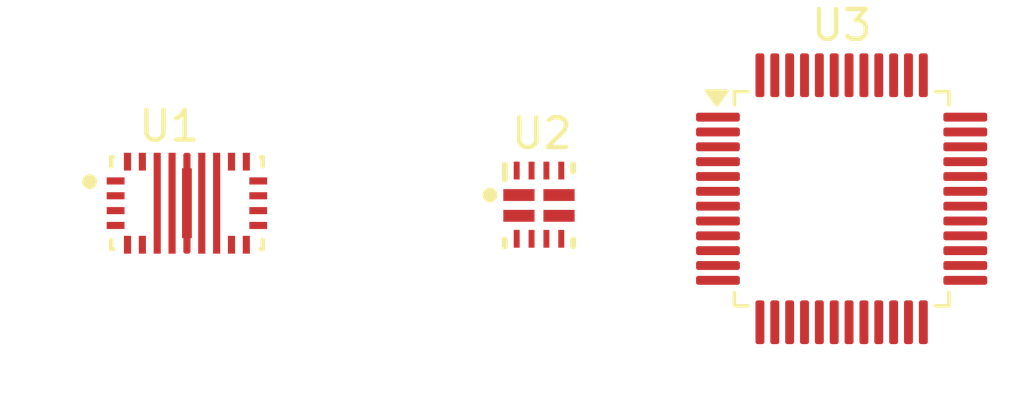
<source format=kicad_pcb>
(kicad_pcb (version 20241229) (generator "pcbnew") (generator_version "9.0")
  (layers (0 "F.Cu" signal) (2 "B.Cu" signal) (13 "F.Paste" user) (15 "B.Paste" user) (5 "F.SilkS" user "F.Silkscreen") (7 "B.SilkS" user "B.Silkscreen") (1 "F.Mask" user) (3 "B.Mask" user) (25 "Edge.Cuts" user))
  (net 0 "")
  (net 40 "Net-(U3-VSS-Pad23)")
  (footprint "yfs:RUX0012A" (layer "F.Cu") (at 126.649999 69.45)
    (property "Reference" "U2" (at 0.1 -2.4 0) (layer "F.SilkS"))
    (property "Value" "TPS2121RUXR")
    (fp_line (start -1.15 -0.850001) (end -1.15 -1.35) (stroke (width 0.2)) (layer "F.SilkS"))
    (fp_line (start -1.15 1.400002) (end -1.15 1.175001) (stroke (width 0.2)) (layer "F.SilkS"))
    (fp_line (start 1.15 -1.124999) (end 1.15 -1.35) (stroke (width 0.2)) (layer "F.SilkS"))
    (fp_line (start 1.15 1.400002) (end 1.15 1.175001) (stroke (width 0.2)) (layer "F.SilkS"))
    (fp_circle (center -1.65 -0.325) (end -1.4 -0.325) (fill yes) (layer "F.SilkS"))
    (pad "1" smd rect (at -0.675 -0.324998) (size 1.05 0.399999) (layers "F.Cu" "F.Mask" "F.Paste"))
    (pad "2" smd rect (at -0.675 0.375001) (size 1.05 0.399999) (layers "F.Cu" "F.Mask" "F.Paste"))
    (pad "3" smd rect (at -0.750001 1.15 90) (size 0.599999 0.2) (layers "F.Cu" "F.Mask" "F.Paste"))
    (pad "4" smd rect (at -0.25 1.15 90) (size 0.599999 0.2) (layers "F.Cu" "F.Mask" "F.Paste"))
    (pad "5" smd rect (at 0.25 1.15 90) (size 0.599999 0.2) (layers "F.Cu" "F.Mask" "F.Paste"))
    (pad "6" smd rect (at 0.750001 1.15 90) (size 0.599999 0.2) (layers "F.Cu" "F.Mask" "F.Paste"))
    (pad "7" smd rect (at 0.675 0.375001) (size 1.05 0.399999) (layers "F.Cu" "F.Mask" "F.Paste"))
    (pad "8" smd rect (at 0.675 -0.324998) (size 1.05 0.399999) (layers "F.Cu" "F.Mask" "F.Paste"))
    (pad "9" smd rect (at 0.750001 -1.149998 90) (size 0.599999 0.2) (layers "F.Cu" "F.Mask" "F.Paste"))
    (pad "10" smd rect (at 0.25 -1.149998 90) (size 0.599999 0.2) (layers "F.Cu" "F.Mask" "F.Paste"))
    (pad "11" smd rect (at -0.25 -1.149998 90) (size 0.599999 0.2) (layers "F.Cu" "F.Mask" "F.Paste"))
    (pad "12" smd rect (at -0.750001 -1.149998 90) (size 0.599999 0.2) (layers "F.Cu" "F.Mask" "F.Paste"))
  )
  (footprint "Package_QFP:LQFP-48_7x7mm_P0.5mm" (layer "F.Cu") (at 136.8375 69.25)
    (property "Reference" "U3" (at 0 -5.85 0) (layer "F.SilkS"))
    (property "Value" "STM32F103CBTx")
    (fp_line (start -3.61 -3.61) (end -3.61 -3.16) (stroke (width 0.12)) (layer "F.SilkS"))
    (fp_line (start -3.61 3.61) (end -3.61 3.16) (stroke (width 0.12)) (layer "F.SilkS"))
    (fp_line (start -3.16 -3.61) (end -3.61 -3.61) (stroke (width 0.12)) (layer "F.SilkS"))
    (fp_line (start -3.16 3.61) (end -3.61 3.61) (stroke (width 0.12)) (layer "F.SilkS"))
    (fp_line (start 3.16 -3.61) (end 3.61 -3.61) (stroke (width 0.12)) (layer "F.SilkS"))
    (fp_line (start 3.16 3.61) (end 3.61 3.61) (stroke (width 0.12)) (layer "F.SilkS"))
    (fp_line (start 3.61 -3.61) (end 3.61 -3.16) (stroke (width 0.12)) (layer "F.SilkS"))
    (fp_line (start 3.61 3.61) (end 3.61 3.16) (stroke (width 0.12)) (layer "F.SilkS"))
    (fp_poly (pts (xy -4.2 -3.16) (xy -4.54 -3.63) (xy -3.86 -3.63) (xy -4.2 -3.16)) (stroke (width 0.12)) (fill yes) (layer "F.SilkS"))
    (pad "1" smd roundrect (at -4.1625 -2.75) (size 1.475 0.3) (layers "F.Cu" "F.Mask" "F.Paste"))
    (pad "2" smd roundrect (at -4.1625 -2.25) (size 1.475 0.3) (layers "F.Cu" "F.Mask" "F.Paste"))
    (pad "3" smd roundrect (at -4.1625 -1.75) (size 1.475 0.3) (layers "F.Cu" "F.Mask" "F.Paste"))
    (pad "4" smd roundrect (at -4.1625 -1.25) (size 1.475 0.3) (layers "F.Cu" "F.Mask" "F.Paste"))
    (pad "5" smd roundrect (at -4.1625 -0.75) (size 1.475 0.3) (layers "F.Cu" "F.Mask" "F.Paste"))
    (pad "6" smd roundrect (at -4.1625 -0.25) (size 1.475 0.3) (layers "F.Cu" "F.Mask" "F.Paste"))
    (pad "7" smd roundrect (at -4.1625 0.25) (size 1.475 0.3) (layers "F.Cu" "F.Mask" "F.Paste"))
    (pad "8" smd roundrect (at -4.1625 0.75) (size 1.475 0.3) (layers "F.Cu" "F.Mask" "F.Paste"))
    (pad "9" smd roundrect (at -4.1625 1.25) (size 1.475 0.3) (layers "F.Cu" "F.Mask" "F.Paste"))
    (pad "10" smd roundrect (at -4.1625 1.75) (size 1.475 0.3) (layers "F.Cu" "F.Mask" "F.Paste"))
    (pad "11" smd roundrect (at -4.1625 2.25) (size 1.475 0.3) (layers "F.Cu" "F.Mask" "F.Paste"))
    (pad "12" smd roundrect (at -4.1625 2.75) (size 1.475 0.3) (layers "F.Cu" "F.Mask" "F.Paste"))
    (pad "13" smd roundrect (at -2.75 4.1625) (size 0.3 1.475) (layers "F.Cu" "F.Mask" "F.Paste"))
    (pad "14" smd roundrect (at -2.25 4.1625) (size 0.3 1.475) (layers "F.Cu" "F.Mask" "F.Paste"))
    (pad "15" smd roundrect (at -1.75 4.1625) (size 0.3 1.475) (layers "F.Cu" "F.Mask" "F.Paste"))
    (pad "16" smd roundrect (at -1.25 4.1625) (size 0.3 1.475) (layers "F.Cu" "F.Mask" "F.Paste"))
    (pad "17" smd roundrect (at -0.75 4.1625) (size 0.3 1.475) (layers "F.Cu" "F.Mask" "F.Paste"))
    (pad "18" smd roundrect (at -0.25 4.1625) (size 0.3 1.475) (layers "F.Cu" "F.Mask" "F.Paste"))
    (pad "19" smd roundrect (at 0.25 4.1625) (size 0.3 1.475) (layers "F.Cu" "F.Mask" "F.Paste"))
    (pad "20" smd roundrect (at 0.75 4.1625) (size 0.3 1.475) (layers "F.Cu" "F.Mask" "F.Paste"))
    (pad "21" smd roundrect (at 1.25 4.1625) (size 0.3 1.475) (layers "F.Cu" "F.Mask" "F.Paste"))
    (pad "22" smd roundrect (at 1.75 4.1625) (size 0.3 1.475) (layers "F.Cu" "F.Mask" "F.Paste"))
    (pad "23" smd roundrect (at 2.25 4.1625) (size 0.3 1.475) (layers "F.Cu" "F.Mask" "F.Paste") (net 40 "Net-(U3-VSS-Pad23)"))
    (pad "24" smd roundrect (at 2.75 4.1625) (size 0.3 1.475) (layers "F.Cu" "F.Mask" "F.Paste"))
    (pad "25" smd roundrect (at 4.1625 2.75) (size 1.475 0.3) (layers "F.Cu" "F.Mask" "F.Paste"))
    (pad "26" smd roundrect (at 4.1625 2.25) (size 1.475 0.3) (layers "F.Cu" "F.Mask" "F.Paste"))
    (pad "27" smd roundrect (at 4.1625 1.75) (size 1.475 0.3) (layers "F.Cu" "F.Mask" "F.Paste"))
    (pad "28" smd roundrect (at 4.1625 1.25) (size 1.475 0.3) (layers "F.Cu" "F.Mask" "F.Paste"))
    (pad "29" smd roundrect (at 4.1625 0.75) (size 1.475 0.3) (layers "F.Cu" "F.Mask" "F.Paste"))
    (pad "30" smd roundrect (at 4.1625 0.25) (size 1.475 0.3) (layers "F.Cu" "F.Mask" "F.Paste"))
    (pad "31" smd roundrect (at 4.1625 -0.25) (size 1.475 0.3) (layers "F.Cu" "F.Mask" "F.Paste"))
    (pad "32" smd roundrect (at 4.1625 -0.75) (size 1.475 0.3) (layers "F.Cu" "F.Mask" "F.Paste"))
    (pad "33" smd roundrect (at 4.1625 -1.25) (size 1.475 0.3) (layers "F.Cu" "F.Mask" "F.Paste"))
    (pad "34" smd roundrect (at 4.1625 -1.75) (size 1.475 0.3) (layers "F.Cu" "F.Mask" "F.Paste"))
    (pad "35" smd roundrect (at 4.1625 -2.25) (size 1.475 0.3) (layers "F.Cu" "F.Mask" "F.Paste") (net 40 "Net-(U3-VSS-Pad23)"))
    (pad "36" smd roundrect (at 4.1625 -2.75) (size 1.475 0.3) (layers "F.Cu" "F.Mask" "F.Paste"))
    (pad "37" smd roundrect (at 2.75 -4.1625) (size 0.3 1.475) (layers "F.Cu" "F.Mask" "F.Paste"))
    (pad "38" smd roundrect (at 2.25 -4.1625) (size 0.3 1.475) (layers "F.Cu" "F.Mask" "F.Paste"))
    (pad "39" smd roundrect (at 1.75 -4.1625) (size 0.3 1.475) (layers "F.Cu" "F.Mask" "F.Paste"))
    (pad "40" smd roundrect (at 1.25 -4.1625) (size 0.3 1.475) (layers "F.Cu" "F.Mask" "F.Paste"))
    (pad "41" smd roundrect (at 0.75 -4.1625) (size 0.3 1.475) (layers "F.Cu" "F.Mask" "F.Paste"))
    (pad "42" smd roundrect (at 0.25 -4.1625) (size 0.3 1.475) (layers "F.Cu" "F.Mask" "F.Paste"))
    (pad "43" smd roundrect (at -0.25 -4.1625) (size 0.3 1.475) (layers "F.Cu" "F.Mask" "F.Paste"))
    (pad "44" smd roundrect (at -0.75 -4.1625) (size 0.3 1.475) (layers "F.Cu" "F.Mask" "F.Paste"))
    (pad "45" smd roundrect (at -1.25 -4.1625) (size 0.3 1.475) (layers "F.Cu" "F.Mask" "F.Paste"))
    (pad "46" smd roundrect (at -1.75 -4.1625) (size 0.3 1.475) (layers "F.Cu" "F.Mask" "F.Paste"))
    (pad "47" smd roundrect (at -2.25 -4.1625) (size 0.3 1.475) (layers "F.Cu" "F.Mask" "F.Paste") (net 40 "Net-(U3-VSS-Pad23)"))
    (pad "48" smd roundrect (at -2.75 -4.1625) (size 0.3 1.475) (layers "F.Cu" "F.Mask" "F.Paste"))
  )
  (footprint "yfs:TPS552892RYQR" (layer "F.Cu") (at 114.799999 69.4)
    (property "Reference" "U1" (at -0.6 -2.6 0) (layer "F.SilkS"))
    (property "Value" "TPS552892RYQR")
    (fp_poly (pts (xy -0.165001 1.174999) (xy -0.165001 -1.174999) (xy -0.12 -1.174999) (xy -0.12 -1.649999) (xy -0.07 -1.699999) (xy 0.07 -1.699999) (xy 0.12 -1.649999) (xy 0.12 -1.174999) (xy 0.165001 -1.174999) (xy 0.165001 1.174999) (xy 0.12 1.174999) (xy 0.12 1.649999) (xy 0.07 1.699999) (xy -0.07 1.699999) (xy -0.12 1.649999) (xy -0.12 1.174999)) (fill yes) (layer "F.Cu"))
    (fp_line (start -2.55 -1.549999) (end -2.494999 -1.549999) (stroke (width 0.15)) (layer "F.SilkS"))
    (fp_line (start -2.55 -1.244999) (end -2.55 -1.549999) (stroke (width 0.15)) (layer "F.SilkS"))
    (fp_line (start -2.55 1.549999) (end -2.55 1.244999) (stroke (width 0.15)) (layer "F.SilkS"))
    (fp_line (start -2.55 1.549999) (end -2.494999 1.549999) (stroke (width 0.15)) (layer "F.SilkS"))
    (fp_line (start 2.494999 -1.549999) (end 2.55 -1.549999) (stroke (width 0.15)) (layer "F.SilkS"))
    (fp_line (start 2.494999 1.549999) (end 2.55 1.549999) (stroke (width 0.15)) (layer "F.SilkS"))
    (fp_line (start 2.55 -1.244999) (end 2.55 -1.549999) (stroke (width 0.15)) (layer "F.SilkS"))
    (fp_line (start 2.55 1.549999) (end 2.55 1.244999) (stroke (width 0.15)) (layer "F.SilkS"))
    (fp_circle (center -3.275 -0.725) (end -3.025 -0.725) (fill yes) (layer "F.SilkS"))
    (pad "1" smd rect (at -2.4 -0.750001) (size 0.599999 0.24) (layers "F.Cu" "F.Mask" "F.Paste"))
    (pad "2" smd rect (at -2.4 -0.25) (size 0.599999 0.24) (layers "F.Cu" "F.Mask" "F.Paste"))
    (pad "3" smd rect (at -2.4 0.25) (size 0.599999 0.24) (layers "F.Cu" "F.Mask" "F.Paste"))
    (pad "4" smd rect (at -2.4 0.750001) (size 0.599999 0.24) (layers "F.Cu" "F.Mask" "F.Paste"))
    (pad "5" smd rect (at -2.000001 1.4 90) (size 0.599999 0.24) (layers "F.Cu" "F.Mask" "F.Paste"))
    (pad "6" smd rect (at -1.5 1.4 90) (size 0.599999 0.24) (layers "F.Cu" "F.Mask" "F.Paste"))
    (pad "7" smd rect (at -1.000001 0) (size 0.24 3.400001) (layers "F.Cu" "F.Mask"))
    (pad "8" smd rect (at -0.499999 0) (size 0.24 3.400001) (layers "F.Cu" "F.Mask"))
    (pad "9" smd circle (at 0 0) (size 0.297 0.297) (layers "F.Cu" "F.Mask"))
    (pad "10" smd rect (at 0.499999 0) (size 0.24 3.400001) (layers "F.Cu" "F.Mask"))
    (pad "11" smd rect (at 1.000001 0) (size 0.24 3.400001) (layers "F.Cu" "F.Mask"))
    (pad "12" smd rect (at 1.5 1.4 90) (size 0.599999 0.24) (layers "F.Cu" "F.Mask" "F.Paste"))
    (pad "13" smd rect (at 2.000001 1.4 90) (size 0.599999 0.24) (layers "F.Cu" "F.Mask" "F.Paste"))
    (pad "14" smd rect (at 2.4 0.750001) (size 0.599999 0.24) (layers "F.Cu" "F.Mask" "F.Paste"))
    (pad "15" smd rect (at 2.4 0.25) (size 0.599999 0.24) (layers "F.Cu" "F.Mask" "F.Paste"))
    (pad "16" smd rect (at 2.4 -0.25) (size 0.599999 0.24) (layers "F.Cu" "F.Mask" "F.Paste"))
    (pad "17" smd rect (at 2.4 -0.750001) (size 0.599999 0.24) (layers "F.Cu" "F.Mask" "F.Paste"))
    (pad "18" smd rect (at 2.000001 -1.4 90) (size 0.599999 0.24) (layers "F.Cu" "F.Mask" "F.Paste"))
    (pad "19" smd rect (at 1.5 -1.4 90) (size 0.599999 0.24) (layers "F.Cu" "F.Mask" "F.Paste"))
    (pad "20" smd rect (at -1.5 -1.4 90) (size 0.599999 0.24) (layers "F.Cu" "F.Mask" "F.Paste"))
    (pad "21" smd rect (at -2.000001 -1.4 90) (size 0.599999 0.24) (layers "F.Cu" "F.Mask" "F.Paste"))
  )
)
</source>
